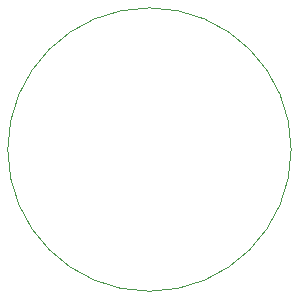
<source format=gm1>
G04 #@! TF.GenerationSoftware,KiCad,Pcbnew,5.1.12-84ad8e8a86~92~ubuntu20.04.1*
G04 #@! TF.CreationDate,2022-02-16T15:18:21-08:00*
G04 #@! TF.ProjectId,Zooids,5a6f6f69-6473-42e6-9b69-6361645f7063,rev?*
G04 #@! TF.SameCoordinates,Original*
G04 #@! TF.FileFunction,Profile,NP*
%FSLAX46Y46*%
G04 Gerber Fmt 4.6, Leading zero omitted, Abs format (unit mm)*
G04 Created by KiCad (PCBNEW 5.1.12-84ad8e8a86~92~ubuntu20.04.1) date 2022-02-16 15:18:21*
%MOMM*%
%LPD*%
G01*
G04 APERTURE LIST*
G04 #@! TA.AperFunction,Profile*
%ADD10C,0.100000*%
G04 #@! TD*
G04 APERTURE END LIST*
D10*
X165600000Y-97300000D02*
G75*
G03*
X165600000Y-97300000I-12000000J0D01*
G01*
M02*

</source>
